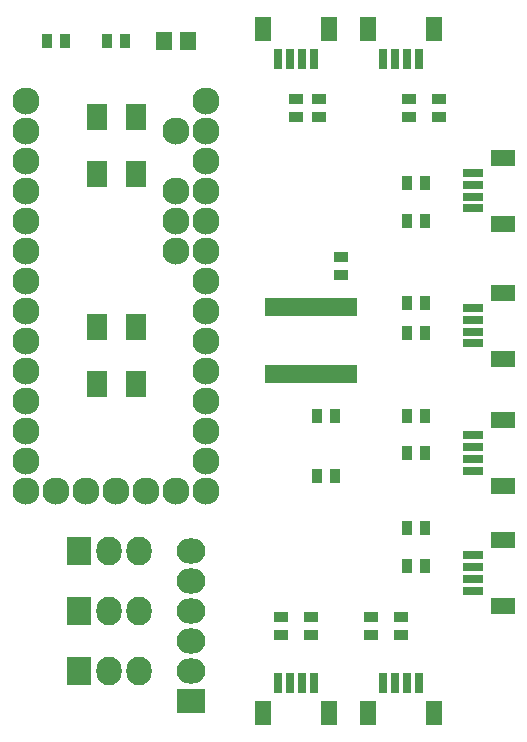
<source format=gbr>
G04 #@! TF.FileFunction,Soldermask,Top*
%FSLAX46Y46*%
G04 Gerber Fmt 4.6, Leading zero omitted, Abs format (unit mm)*
G04 Created by KiCad (PCBNEW 4.0.2-4+6225~38~ubuntu14.04.1-stable) date on. 13. april 2016 kl. 20.39 +0200*
%MOMM*%
G01*
G04 APERTURE LIST*
%ADD10C,0.100000*%
%ADD11C,2.300000*%
%ADD12R,1.400000X1.650000*%
%ADD13R,0.900000X1.300000*%
%ADD14R,2.127200X2.432000*%
%ADD15O,2.127200X2.432000*%
%ADD16R,1.300000X0.900000*%
%ADD17R,1.800000X2.200000*%
%ADD18R,2.432000X2.127200*%
%ADD19O,2.432000X2.127200*%
%ADD20R,0.800000X1.500000*%
%ADD21R,1.747520X0.797560*%
%ADD22R,1.998980X1.397000*%
%ADD23R,0.797560X1.747520*%
%ADD24R,1.397000X1.998980*%
G04 APERTURE END LIST*
D10*
D11*
X101600000Y-96520000D03*
X101600000Y-99060000D03*
X101600000Y-101600000D03*
X101600000Y-104140000D03*
X101600000Y-106680000D03*
X101600000Y-109220000D03*
X101600000Y-111760000D03*
X101600000Y-114300000D03*
X101600000Y-116840000D03*
X101600000Y-119380000D03*
X101600000Y-121920000D03*
X101600000Y-124460000D03*
X101600000Y-127000000D03*
X116840000Y-127000000D03*
X116840000Y-124460000D03*
X116840000Y-121920000D03*
X116840000Y-119380000D03*
X116840000Y-116840000D03*
X116840000Y-114300000D03*
X116840000Y-111760000D03*
X116840000Y-109220000D03*
X116840000Y-106680000D03*
X116840000Y-104140000D03*
X116840000Y-101600000D03*
X116840000Y-99060000D03*
X116840000Y-96520000D03*
X116840000Y-93980000D03*
X101600000Y-93980000D03*
X114300000Y-127000000D03*
X111760000Y-127000000D03*
X109220000Y-127000000D03*
X106680000Y-127000000D03*
X104140000Y-127000000D03*
X114300000Y-96520000D03*
X114300000Y-101600000D03*
X114300000Y-104140000D03*
X114300000Y-106680000D03*
D12*
X113300000Y-88900000D03*
X115300000Y-88900000D03*
D13*
X108470000Y-88900000D03*
X109970000Y-88900000D03*
D14*
X106045000Y-142240000D03*
D15*
X108585000Y-142240000D03*
X111125000Y-142240000D03*
D14*
X106045000Y-137160000D03*
D15*
X108585000Y-137160000D03*
X111125000Y-137160000D03*
D14*
X106045000Y-132080000D03*
D15*
X108585000Y-132080000D03*
X111125000Y-132080000D03*
D13*
X104890000Y-88900000D03*
X103390000Y-88900000D03*
X126250000Y-125730000D03*
X127750000Y-125730000D03*
X126250000Y-120650000D03*
X127750000Y-120650000D03*
D16*
X128270000Y-108700000D03*
X128270000Y-107200000D03*
D13*
X135370000Y-111125000D03*
X133870000Y-111125000D03*
X135370000Y-113665000D03*
X133870000Y-113665000D03*
X135370000Y-100965000D03*
X133870000Y-100965000D03*
X135370000Y-104140000D03*
X133870000Y-104140000D03*
D16*
X133985000Y-93865000D03*
X133985000Y-95365000D03*
X136525000Y-93865000D03*
X136525000Y-95365000D03*
X124460000Y-93865000D03*
X124460000Y-95365000D03*
X126365000Y-93865000D03*
X126365000Y-95365000D03*
X125730000Y-139180000D03*
X125730000Y-137680000D03*
X123190000Y-137680000D03*
X123190000Y-139180000D03*
X133350000Y-139180000D03*
X133350000Y-137680000D03*
X130810000Y-139180000D03*
X130810000Y-137680000D03*
D13*
X135370000Y-130175000D03*
X133870000Y-130175000D03*
X135370000Y-133350000D03*
X133870000Y-133350000D03*
X135370000Y-120650000D03*
X133870000Y-120650000D03*
X135370000Y-123825000D03*
X133870000Y-123825000D03*
D17*
X110870000Y-95390000D03*
X107570000Y-95390000D03*
X107570000Y-100190000D03*
X110870000Y-100190000D03*
X110870000Y-113170000D03*
X107570000Y-113170000D03*
X107570000Y-117970000D03*
X110870000Y-117970000D03*
D18*
X115570000Y-144780000D03*
D19*
X115570000Y-142240000D03*
X115570000Y-139700000D03*
X115570000Y-137160000D03*
X115570000Y-134620000D03*
X115570000Y-132080000D03*
D20*
X129305000Y-111450000D03*
X128655000Y-111450000D03*
X128005000Y-111450000D03*
X127355000Y-111450000D03*
X126705000Y-111450000D03*
X126055000Y-111450000D03*
X125405000Y-111450000D03*
X124755000Y-111450000D03*
X124105000Y-111450000D03*
X123455000Y-111450000D03*
X122805000Y-111450000D03*
X122155000Y-111450000D03*
X122155000Y-117150000D03*
X122805000Y-117150000D03*
X123455000Y-117150000D03*
X124105000Y-117150000D03*
X124755000Y-117150000D03*
X125405000Y-117150000D03*
X126055000Y-117150000D03*
X126705000Y-117150000D03*
X127355000Y-117150000D03*
X128005000Y-117150000D03*
X128655000Y-117150000D03*
X129305000Y-117150000D03*
D21*
X139440920Y-112532160D03*
X139440920Y-113532920D03*
X139440920Y-111531400D03*
D22*
X141970760Y-110230920D03*
X141970760Y-115829080D03*
D21*
X139440920Y-114533680D03*
X139440920Y-101102160D03*
X139440920Y-102102920D03*
X139440920Y-100101400D03*
D22*
X141970760Y-98800920D03*
X141970760Y-104399080D03*
D21*
X139440920Y-103103680D03*
D23*
X132852160Y-90429080D03*
X133852920Y-90429080D03*
X131851400Y-90429080D03*
D24*
X130550920Y-87899240D03*
X136149080Y-87899240D03*
D23*
X134853680Y-90429080D03*
X123962160Y-90429080D03*
X124962920Y-90429080D03*
X122961400Y-90429080D03*
D24*
X121660920Y-87899240D03*
X127259080Y-87899240D03*
D23*
X125963680Y-90429080D03*
X124957840Y-143250920D03*
X123957080Y-143250920D03*
X125958600Y-143250920D03*
D24*
X127259080Y-145780760D03*
X121660920Y-145780760D03*
D23*
X122956320Y-143250920D03*
X133847840Y-143250920D03*
X132847080Y-143250920D03*
X134848600Y-143250920D03*
D24*
X136149080Y-145780760D03*
X130550920Y-145780760D03*
D23*
X131846320Y-143250920D03*
D21*
X139440920Y-133487160D03*
X139440920Y-134487920D03*
X139440920Y-132486400D03*
D22*
X141970760Y-131185920D03*
X141970760Y-136784080D03*
D21*
X139440920Y-135488680D03*
X139440920Y-123327160D03*
X139440920Y-124327920D03*
X139440920Y-122326400D03*
D22*
X141970760Y-121025920D03*
X141970760Y-126624080D03*
D21*
X139440920Y-125328680D03*
M02*

</source>
